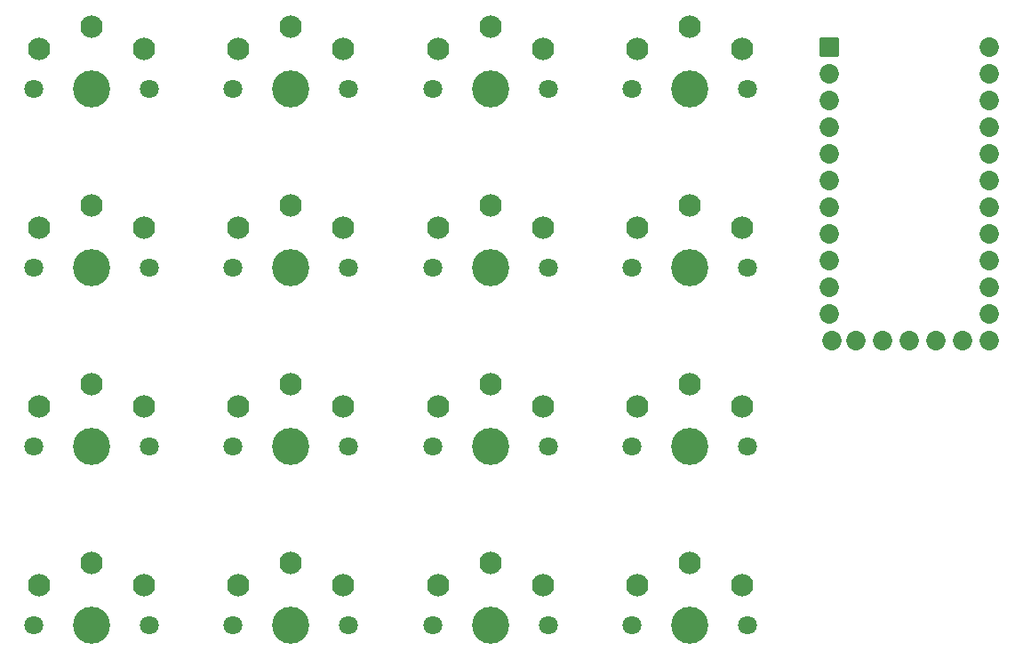
<source format=gbr>
%TF.GenerationSoftware,KiCad,Pcbnew,8.0.1*%
%TF.CreationDate,2024-03-21T22:06:00-04:00*%
%TF.ProjectId,handlebar,68616e64-6c65-4626-9172-2e6b69636164,0.0.1*%
%TF.SameCoordinates,Original*%
%TF.FileFunction,Soldermask,Bot*%
%TF.FilePolarity,Negative*%
%FSLAX46Y46*%
G04 Gerber Fmt 4.6, Leading zero omitted, Abs format (unit mm)*
G04 Created by KiCad (PCBNEW 8.0.1) date 2024-03-21 22:06:00*
%MOMM*%
%LPD*%
G01*
G04 APERTURE LIST*
G04 Aperture macros list*
%AMRoundRect*
0 Rectangle with rounded corners*
0 $1 Rounding radius*
0 $2 $3 $4 $5 $6 $7 $8 $9 X,Y pos of 4 corners*
0 Add a 4 corners polygon primitive as box body*
4,1,4,$2,$3,$4,$5,$6,$7,$8,$9,$2,$3,0*
0 Add four circle primitives for the rounded corners*
1,1,$1+$1,$2,$3*
1,1,$1+$1,$4,$5*
1,1,$1+$1,$6,$7*
1,1,$1+$1,$8,$9*
0 Add four rect primitives between the rounded corners*
20,1,$1+$1,$2,$3,$4,$5,0*
20,1,$1+$1,$4,$5,$6,$7,0*
20,1,$1+$1,$6,$7,$8,$9,0*
20,1,$1+$1,$8,$9,$2,$3,0*%
G04 Aperture macros list end*
%ADD10C,3.529000*%
%ADD11C,1.801800*%
%ADD12C,2.132000*%
%ADD13RoundRect,0.050000X-0.876300X-0.876300X0.876300X-0.876300X0.876300X0.876300X-0.876300X0.876300X0*%
%ADD14C,1.852600*%
G04 APERTURE END LIST*
D10*
%TO.C,S1*%
X0Y0D03*
D11*
X5500000Y0D03*
X-5500000Y0D03*
D12*
X5000000Y3800000D03*
X0Y5900000D03*
X-5000000Y3800000D03*
X0Y5900000D03*
%TD*%
D10*
%TO.C,S2*%
X0Y17000000D03*
D11*
X5500000Y17000000D03*
X-5500000Y17000000D03*
D12*
X5000000Y20800000D03*
X0Y22900000D03*
X-5000000Y20800000D03*
X0Y22900000D03*
%TD*%
D10*
%TO.C,S3*%
X0Y34000000D03*
D11*
X5500000Y34000000D03*
X-5500000Y34000000D03*
D12*
X5000000Y37800000D03*
X0Y39900000D03*
X-5000000Y37800000D03*
X0Y39900000D03*
%TD*%
%TO.C,S4*%
X0Y56900000D03*
X-5000000Y54800000D03*
X0Y56900000D03*
X5000000Y54800000D03*
D11*
X-5500000Y51000000D03*
X5500000Y51000000D03*
D10*
X0Y51000000D03*
%TD*%
%TO.C,S5*%
X19000000Y0D03*
D11*
X24500000Y0D03*
X13500000Y0D03*
D12*
X24000000Y3800000D03*
X19000000Y5900000D03*
X14000000Y3800000D03*
X19000000Y5900000D03*
%TD*%
D10*
%TO.C,S6*%
X19000000Y17000000D03*
D11*
X24500000Y17000000D03*
X13500000Y17000000D03*
D12*
X24000000Y20800000D03*
X19000000Y22900000D03*
X14000000Y20800000D03*
X19000000Y22900000D03*
%TD*%
D10*
%TO.C,S7*%
X19000000Y34000000D03*
D11*
X24500000Y34000000D03*
X13500000Y34000000D03*
D12*
X24000000Y37800000D03*
X19000000Y39900000D03*
X14000000Y37800000D03*
X19000000Y39900000D03*
%TD*%
D10*
%TO.C,S8*%
X19000000Y51000000D03*
D11*
X24500000Y51000000D03*
X13500000Y51000000D03*
D12*
X24000000Y54800000D03*
X19000000Y56900000D03*
X14000000Y54800000D03*
X19000000Y56900000D03*
%TD*%
D10*
%TO.C,S9*%
X38000000Y0D03*
D11*
X43500000Y0D03*
X32500000Y0D03*
D12*
X43000000Y3800000D03*
X38000000Y5900000D03*
X33000000Y3800000D03*
X38000000Y5900000D03*
%TD*%
D10*
%TO.C,S10*%
X38000000Y17000000D03*
D11*
X43500000Y17000000D03*
X32500000Y17000000D03*
D12*
X43000000Y20800000D03*
X38000000Y22900000D03*
X33000000Y20800000D03*
X38000000Y22900000D03*
%TD*%
D10*
%TO.C,S11*%
X38000000Y34000000D03*
D11*
X43500000Y34000000D03*
X32500000Y34000000D03*
D12*
X43000000Y37800000D03*
X38000000Y39900000D03*
X33000000Y37800000D03*
X38000000Y39900000D03*
%TD*%
D10*
%TO.C,S12*%
X38000000Y51000000D03*
D11*
X43500000Y51000000D03*
X32500000Y51000000D03*
D12*
X43000000Y54800000D03*
X38000000Y56900000D03*
X33000000Y54800000D03*
X38000000Y56900000D03*
%TD*%
D10*
%TO.C,S13*%
X57000000Y0D03*
D11*
X62500000Y0D03*
X51500000Y0D03*
D12*
X62000000Y3800000D03*
X57000000Y5900000D03*
X52000000Y3800000D03*
X57000000Y5900000D03*
%TD*%
D10*
%TO.C,S14*%
X57000000Y17000000D03*
D11*
X62500000Y17000000D03*
X51500000Y17000000D03*
D12*
X62000000Y20800000D03*
X57000000Y22900000D03*
X52000000Y20800000D03*
X57000000Y22900000D03*
%TD*%
D10*
%TO.C,S15*%
X57000000Y34000000D03*
D11*
X62500000Y34000000D03*
X51500000Y34000000D03*
D12*
X62000000Y37800000D03*
X57000000Y39900000D03*
X52000000Y37800000D03*
X57000000Y39900000D03*
%TD*%
D10*
%TO.C,S16*%
X57000000Y51000000D03*
D11*
X62500000Y51000000D03*
X51500000Y51000000D03*
D12*
X62000000Y54800000D03*
X57000000Y56900000D03*
X52000000Y54800000D03*
X57000000Y56900000D03*
%TD*%
D13*
%TO.C,MCU1*%
X70270000Y54960000D03*
D14*
X70270000Y52420000D03*
X70270000Y49880000D03*
X70270000Y47340000D03*
X70270000Y44800000D03*
X70270000Y42260000D03*
X70270000Y39720000D03*
X70270000Y37180000D03*
X70270000Y34640000D03*
X70270000Y32100000D03*
X70270000Y29560000D03*
X70498600Y27020000D03*
X72810000Y27020000D03*
X75350000Y27020000D03*
X77890000Y27020000D03*
X80430000Y27020000D03*
X82970000Y27020000D03*
X85510000Y27020000D03*
X85510000Y29560000D03*
X85510000Y32100000D03*
X85510000Y34640000D03*
X85510000Y37180000D03*
X85510000Y39720000D03*
X85510000Y42260000D03*
X85510000Y44800000D03*
X85510000Y47340000D03*
X85510000Y49880000D03*
X85510000Y52420000D03*
X85510000Y54960000D03*
%TD*%
M02*

</source>
